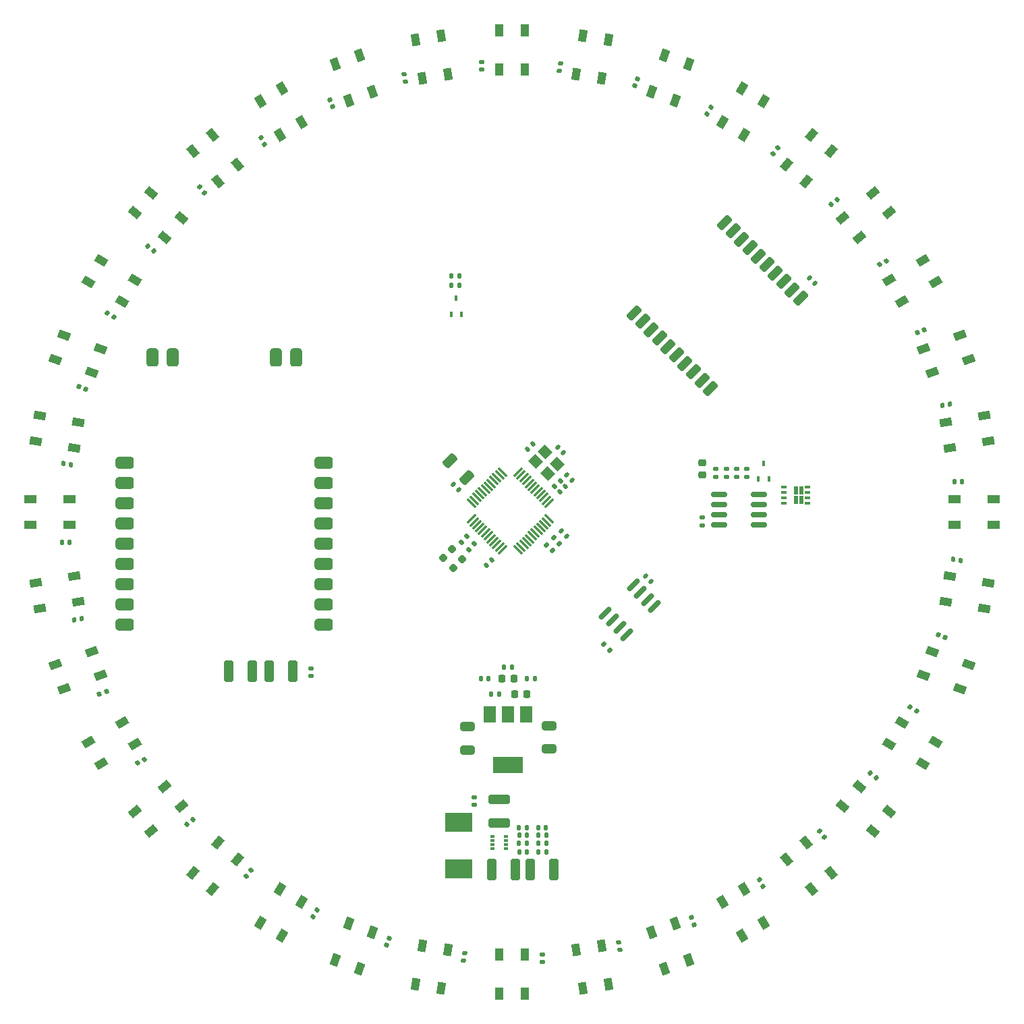
<source format=gtp>
G04 #@! TF.GenerationSoftware,KiCad,Pcbnew,(6.0.6)*
G04 #@! TF.CreationDate,2023-02-05T11:55:43-05:00*
G04 #@! TF.ProjectId,NoseConeBoardV1,4e6f7365-436f-46e6-9542-6f6172645631,rev?*
G04 #@! TF.SameCoordinates,Original*
G04 #@! TF.FileFunction,Paste,Top*
G04 #@! TF.FilePolarity,Positive*
%FSLAX46Y46*%
G04 Gerber Fmt 4.6, Leading zero omitted, Abs format (unit mm)*
G04 Created by KiCad (PCBNEW (6.0.6)) date 2023-02-05 11:55:43*
%MOMM*%
%LPD*%
G01*
G04 APERTURE LIST*
G04 Aperture macros list*
%AMRoundRect*
0 Rectangle with rounded corners*
0 $1 Rounding radius*
0 $2 $3 $4 $5 $6 $7 $8 $9 X,Y pos of 4 corners*
0 Add a 4 corners polygon primitive as box body*
4,1,4,$2,$3,$4,$5,$6,$7,$8,$9,$2,$3,0*
0 Add four circle primitives for the rounded corners*
1,1,$1+$1,$2,$3*
1,1,$1+$1,$4,$5*
1,1,$1+$1,$6,$7*
1,1,$1+$1,$8,$9*
0 Add four rect primitives between the rounded corners*
20,1,$1+$1,$2,$3,$4,$5,0*
20,1,$1+$1,$4,$5,$6,$7,0*
20,1,$1+$1,$6,$7,$8,$9,0*
20,1,$1+$1,$8,$9,$2,$3,0*%
%AMRotRect*
0 Rectangle, with rotation*
0 The origin of the aperture is its center*
0 $1 length*
0 $2 width*
0 $3 Rotation angle, in degrees counterclockwise*
0 Add horizontal line*
21,1,$1,$2,0,0,$3*%
G04 Aperture macros list end*
%ADD10RoundRect,0.140000X0.111865X-0.189700X0.207631X0.073414X-0.111865X0.189700X-0.207631X-0.073414X0*%
%ADD11RoundRect,0.140000X-0.170000X0.140000X-0.170000X-0.140000X0.170000X-0.140000X0.170000X0.140000X0*%
%ADD12RotRect,1.500000X1.000000X100.000000*%
%ADD13R,1.000000X1.500000*%
%ADD14R,0.450000X0.700000*%
%ADD15RoundRect,0.150000X0.825000X0.150000X-0.825000X0.150000X-0.825000X-0.150000X0.825000X-0.150000X0*%
%ADD16RoundRect,0.140000X0.219203X0.021213X0.021213X0.219203X-0.219203X-0.021213X-0.021213X-0.219203X0*%
%ADD17RoundRect,0.140000X0.140000X0.170000X-0.140000X0.170000X-0.140000X-0.170000X0.140000X-0.170000X0*%
%ADD18RoundRect,0.140000X0.077224X-0.206244X0.217224X0.036244X-0.077224X0.206244X-0.217224X-0.036244X0*%
%ADD19RoundRect,0.140000X0.143107X-0.167393X0.191728X0.108353X-0.143107X0.167393X-0.191728X-0.108353X0*%
%ADD20RoundRect,0.250000X-0.325000X-1.100000X0.325000X-1.100000X0.325000X1.100000X-0.325000X1.100000X0*%
%ADD21RotRect,1.500000X1.000000X350.000000*%
%ADD22RoundRect,0.135000X0.135000X0.185000X-0.135000X0.185000X-0.135000X-0.185000X0.135000X-0.185000X0*%
%ADD23RoundRect,0.140000X-0.216520X-0.040237X-0.002028X-0.220218X0.216520X0.040237X0.002028X0.220218X0*%
%ADD24RoundRect,0.140000X-0.219203X-0.021213X-0.021213X-0.219203X0.219203X0.021213X0.021213X0.219203X0*%
%ADD25RoundRect,0.250000X-0.689429X-0.229810X-0.229810X-0.689429X0.689429X0.229810X0.229810X0.689429X0*%
%ADD26RoundRect,0.250000X-0.650000X0.325000X-0.650000X-0.325000X0.650000X-0.325000X0.650000X0.325000X0*%
%ADD27RoundRect,0.218750X0.218750X0.256250X-0.218750X0.256250X-0.218750X-0.256250X0.218750X-0.256250X0*%
%ADD28RoundRect,0.218750X0.026517X-0.335876X0.335876X-0.026517X-0.026517X0.335876X-0.335876X0.026517X0*%
%ADD29RoundRect,0.140000X0.216520X0.040237X0.002028X0.220218X-0.216520X-0.040237X-0.002028X-0.220218X0*%
%ADD30RoundRect,0.140000X0.036244X0.217224X-0.206244X0.077224X-0.036244X-0.217224X0.206244X-0.077224X0*%
%ADD31RoundRect,0.135000X-0.226274X-0.035355X-0.035355X-0.226274X0.226274X0.035355X0.035355X0.226274X0*%
%ADD32R,1.500000X1.000000*%
%ADD33RoundRect,0.140000X-0.077224X0.206244X-0.217224X-0.036244X0.077224X-0.206244X0.217224X0.036244X0*%
%ADD34RotRect,1.500000X1.000000X150.000000*%
%ADD35RoundRect,0.135000X-0.035355X0.226274X-0.226274X0.035355X0.035355X-0.226274X0.226274X-0.035355X0*%
%ADD36R,3.500000X2.450000*%
%ADD37RotRect,1.500000X1.000000X140.000000*%
%ADD38RotRect,1.500000X1.000000X20.000000*%
%ADD39RoundRect,0.140000X-0.140000X-0.170000X0.140000X-0.170000X0.140000X0.170000X-0.140000X0.170000X0*%
%ADD40RoundRect,0.140000X-0.217224X0.036244X-0.077224X-0.206244X0.217224X-0.036244X0.077224X0.206244X0*%
%ADD41RoundRect,0.140000X-0.021213X0.219203X-0.219203X0.021213X0.021213X-0.219203X0.219203X-0.021213X0*%
%ADD42RoundRect,0.140000X-0.189700X-0.111865X0.073414X-0.207631X0.189700X0.111865X-0.073414X0.207631X0*%
%ADD43RotRect,1.500000X1.000000X200.000000*%
%ADD44RoundRect,0.140000X-0.036244X-0.217224X0.206244X-0.077224X0.036244X0.217224X-0.206244X0.077224X0*%
%ADD45RotRect,1.500000X1.000000X250.000000*%
%ADD46RotRect,1.400000X1.200000X315.000000*%
%ADD47RoundRect,0.140000X0.207631X-0.073414X0.111865X0.189700X-0.207631X0.073414X-0.111865X-0.189700X0*%
%ADD48RoundRect,0.150000X0.353553X0.848528X-0.848528X-0.353553X-0.353553X-0.848528X0.848528X0.353553X0*%
%ADD49RotRect,1.500000X1.000000X330.000000*%
%ADD50RoundRect,0.140000X-0.206244X-0.077224X0.036244X-0.217224X0.206244X0.077224X-0.036244X0.217224X0*%
%ADD51RoundRect,0.150000X0.477297X0.689429X-0.689429X-0.477297X-0.477297X-0.689429X0.689429X0.477297X0*%
%ADD52RoundRect,0.250000X0.325000X1.100000X-0.325000X1.100000X-0.325000X-1.100000X0.325000X-1.100000X0*%
%ADD53RoundRect,0.140000X0.170000X-0.140000X0.170000X0.140000X-0.170000X0.140000X-0.170000X-0.140000X0*%
%ADD54RotRect,1.500000X1.000000X130.000000*%
%ADD55RoundRect,0.135000X-0.135000X-0.185000X0.135000X-0.185000X0.135000X0.185000X-0.135000X0.185000X0*%
%ADD56RotRect,1.500000X1.000000X190.000000*%
%ADD57RoundRect,0.140000X-0.191728X0.108353X-0.143107X-0.167393X0.191728X-0.108353X0.143107X0.167393X0*%
%ADD58RotRect,1.500000X1.000000X60.000000*%
%ADD59RotRect,1.500000X1.000000X320.000000*%
%ADD60RotRect,1.500000X1.000000X260.000000*%
%ADD61RoundRect,0.140000X0.217224X-0.036244X0.077224X0.206244X-0.217224X0.036244X-0.077224X-0.206244X0*%
%ADD62RotRect,1.500000X1.000000X10.000000*%
%ADD63RoundRect,0.135000X-0.185000X0.135000X-0.185000X-0.135000X0.185000X-0.135000X0.185000X0.135000X0*%
%ADD64RoundRect,0.140000X-0.002028X0.220218X-0.216520X0.040237X0.002028X-0.220218X0.216520X-0.040237X0*%
%ADD65R,1.500000X2.000000*%
%ADD66R,3.800000X2.000000*%
%ADD67RoundRect,0.140000X-0.073414X-0.207631X0.189700X-0.111865X0.073414X0.207631X-0.189700X0.111865X0*%
%ADD68RotRect,1.500000X1.000000X230.000000*%
%ADD69RoundRect,0.218750X-0.256250X0.218750X-0.256250X-0.218750X0.256250X-0.218750X0.256250X0.218750X0*%
%ADD70R,0.475000X0.300000*%
%ADD71RoundRect,0.140000X0.189700X0.111865X-0.073414X0.207631X-0.189700X-0.111865X0.073414X-0.207631X0*%
%ADD72RotRect,1.500000X1.000000X50.000000*%
%ADD73RoundRect,0.135000X0.226274X0.035355X0.035355X0.226274X-0.226274X-0.035355X-0.035355X-0.226274X0*%
%ADD74RoundRect,0.140000X-0.040237X0.216520X-0.220218X0.002028X0.040237X-0.216520X0.220218X-0.002028X0*%
%ADD75RotRect,1.500000X1.000000X290.000000*%
%ADD76RotRect,1.500000X1.000000X210.000000*%
%ADD77RoundRect,0.140000X0.073414X0.207631X-0.189700X0.111865X-0.073414X-0.207631X0.189700X-0.111865X0*%
%ADD78RoundRect,0.140000X0.220218X0.002028X0.040237X0.216520X-0.220218X-0.002028X-0.040237X-0.216520X0*%
%ADD79RotRect,1.500000X1.000000X340.000000*%
%ADD80RoundRect,0.140000X0.021213X-0.219203X0.219203X-0.021213X-0.021213X0.219203X-0.219203X0.021213X0*%
%ADD81RoundRect,0.140000X-0.143107X0.167393X-0.191728X-0.108353X0.143107X-0.167393X0.191728X0.108353X0*%
%ADD82RotRect,1.500000X1.000000X40.000000*%
%ADD83RoundRect,0.140000X-0.167393X-0.143107X0.108353X-0.191728X0.167393X0.143107X-0.108353X0.191728X0*%
%ADD84RoundRect,0.075000X0.415425X0.521491X-0.521491X-0.415425X-0.415425X-0.521491X0.521491X0.415425X0*%
%ADD85RoundRect,0.075000X-0.415425X0.521491X-0.521491X0.415425X0.415425X-0.521491X0.521491X-0.415425X0*%
%ADD86RoundRect,0.140000X0.002028X-0.220218X0.216520X-0.040237X-0.002028X0.220218X-0.216520X0.040237X0*%
%ADD87RoundRect,0.140000X-0.220218X-0.002028X-0.040237X-0.216520X0.220218X0.002028X0.040237X0.216520X0*%
%ADD88RoundRect,0.135000X0.035355X-0.226274X0.226274X-0.035355X-0.035355X0.226274X-0.226274X0.035355X0*%
%ADD89RotRect,1.500000X1.000000X30.000000*%
%ADD90RotRect,1.500000X1.000000X240.000000*%
%ADD91RotRect,1.500000X1.000000X280.000000*%
%ADD92RotRect,1.500000X1.000000X70.000000*%
%ADD93R,0.700000X0.420000*%
%ADD94R,0.600000X1.000000*%
%ADD95RoundRect,0.135000X0.185000X-0.135000X0.185000X0.135000X-0.185000X0.135000X-0.185000X-0.135000X0*%
%ADD96RoundRect,0.140000X0.040237X-0.216520X0.220218X-0.002028X-0.040237X0.216520X-0.220218X0.002028X0*%
%ADD97RoundRect,0.140000X-0.207631X0.073414X-0.111865X-0.189700X0.207631X-0.073414X0.111865X0.189700X0*%
%ADD98RotRect,1.500000X1.000000X80.000000*%
%ADD99RoundRect,0.140000X0.191728X-0.108353X0.143107X0.167393X-0.191728X0.108353X-0.143107X-0.167393X0*%
%ADD100RotRect,1.500000X1.000000X300.000000*%
%ADD101RotRect,1.500000X1.000000X310.000000*%
%ADD102RoundRect,0.140000X0.108353X0.191728X-0.167393X0.143107X-0.108353X-0.191728X0.167393X-0.143107X0*%
%ADD103RotRect,1.500000X1.000000X120.000000*%
%ADD104RoundRect,0.381000X-0.762000X-0.381000X0.762000X-0.381000X0.762000X0.381000X-0.762000X0.381000X0*%
%ADD105RoundRect,0.381000X-0.381000X0.762000X-0.381000X-0.762000X0.381000X-0.762000X0.381000X0.762000X0*%
%ADD106RoundRect,0.381000X0.381000X-0.762000X0.381000X0.762000X-0.381000X0.762000X-0.381000X-0.762000X0*%
%ADD107RoundRect,0.140000X-0.108353X-0.191728X0.167393X-0.143107X0.108353X0.191728X-0.167393X0.143107X0*%
%ADD108RoundRect,0.140000X0.206244X0.077224X-0.036244X0.217224X-0.206244X-0.077224X0.036244X-0.217224X0*%
%ADD109RotRect,1.500000X1.000000X220.000000*%
%ADD110RotRect,1.500000X1.000000X160.000000*%
%ADD111RotRect,1.500000X1.000000X110.000000*%
%ADD112RotRect,1.500000X1.000000X170.000000*%
%ADD113RoundRect,0.250000X-1.100000X0.325000X-1.100000X-0.325000X1.100000X-0.325000X1.100000X0.325000X0*%
%ADD114RoundRect,0.140000X0.167393X0.143107X-0.108353X0.191728X-0.167393X-0.143107X0.108353X-0.191728X0*%
%ADD115RoundRect,0.140000X-0.111865X0.189700X-0.207631X-0.073414X0.111865X-0.189700X0.207631X0.073414X0*%
G04 APERTURE END LIST*
D10*
X194462898Y-204492645D03*
X194791238Y-203590541D03*
D11*
X205500000Y-185919999D03*
X205500000Y-186879999D03*
D12*
X198987515Y-95690896D03*
X202138899Y-95135222D03*
X201288023Y-90309664D03*
X198136639Y-90865338D03*
D13*
X208609364Y-94569130D03*
X211809364Y-94569130D03*
X211809364Y-89669130D03*
X208609364Y-89669130D03*
D14*
X241150000Y-145999999D03*
X242450000Y-145999999D03*
X241800000Y-143999999D03*
D15*
X241175000Y-151705000D03*
X241175000Y-150435000D03*
X241175000Y-149165000D03*
X241175000Y-147895000D03*
X236225000Y-147895000D03*
X236225000Y-149165000D03*
X236225000Y-150435000D03*
X236225000Y-151705000D03*
D14*
X202550000Y-125300000D03*
X203850000Y-125300000D03*
X203200000Y-123300000D03*
D16*
X227658090Y-158828801D03*
X226979268Y-158149979D03*
D17*
X213067500Y-170999999D03*
X212107500Y-170999999D03*
D18*
X185260261Y-200932245D03*
X185740261Y-200100861D03*
D19*
X204143985Y-206400935D03*
X204310687Y-205455519D03*
D20*
X212525001Y-194999999D03*
X215475001Y-194999999D03*
D21*
X265193271Y-158189595D03*
X264637597Y-161340979D03*
X269463155Y-162191855D03*
X270018829Y-159040471D03*
D22*
X203610000Y-120500000D03*
X202590000Y-120500000D03*
D23*
X164500581Y-116725455D03*
X165235983Y-117342531D03*
D24*
X217060589Y-145460589D03*
X217739411Y-146139411D03*
D25*
X202435525Y-143678508D03*
X204521491Y-145764474D03*
D26*
X214900000Y-176924999D03*
X214900000Y-179874999D03*
D27*
X210487500Y-170999999D03*
X208912500Y-170999999D03*
D16*
X248239411Y-121439411D03*
X247560589Y-120760589D03*
D28*
X202843153Y-157156847D03*
X203956847Y-156043153D03*
D29*
X255918147Y-183512805D03*
X255182745Y-182895729D03*
D30*
X257222479Y-118588233D03*
X256391095Y-119068233D03*
D17*
X266689364Y-146319130D03*
X265729364Y-146319130D03*
D31*
X215439376Y-153339376D03*
X216160624Y-154060624D03*
D32*
X154659364Y-151719130D03*
X154659364Y-148519130D03*
X149759364Y-148519130D03*
X149759364Y-151719130D03*
D33*
X235158467Y-99306015D03*
X234678467Y-100137399D03*
D34*
X161301653Y-123729771D03*
X162901653Y-120958489D03*
X158658129Y-118508489D03*
X157058129Y-121279771D03*
D35*
X205500000Y-154100000D03*
X204778752Y-154821248D03*
D26*
X204600000Y-177024999D03*
X204600000Y-179974999D03*
D36*
X203500000Y-189074999D03*
X203500000Y-194924999D03*
D37*
X166627135Y-115637949D03*
X168684055Y-113186607D03*
X164930437Y-110036947D03*
X162873517Y-112488289D03*
D38*
X261862057Y-129616403D03*
X262956521Y-132623420D03*
X267561015Y-130947521D03*
X266466551Y-127940504D03*
D39*
X209220000Y-169599999D03*
X210180000Y-169599999D03*
D20*
X207700001Y-194999999D03*
X210650001Y-194999999D03*
D40*
X178678467Y-103106015D03*
X179158467Y-103937399D03*
D41*
X212800000Y-141600000D03*
X212121178Y-142278822D03*
D42*
X155835849Y-134372664D03*
X156737953Y-134701004D03*
D43*
X158556671Y-170621857D03*
X157462207Y-167614840D03*
X152857713Y-169290739D03*
X153952177Y-172297756D03*
D44*
X163196249Y-181650027D03*
X164027633Y-181170027D03*
D45*
X192713654Y-202866287D03*
X189706637Y-201771823D03*
X188030738Y-206376317D03*
X191037755Y-207470781D03*
D46*
X213144365Y-143744365D03*
X214700000Y-145300000D03*
X215902081Y-144097919D03*
X214346446Y-142542284D03*
D39*
X153729364Y-153919130D03*
X154689364Y-153919130D03*
D16*
X217039411Y-153139411D03*
X216360589Y-152460589D03*
D47*
X233097494Y-201893292D03*
X232769154Y-200991188D03*
D32*
X265759364Y-148519130D03*
X265759364Y-151719130D03*
X270659364Y-151719130D03*
X270659364Y-148519130D03*
D39*
X206307500Y-170999999D03*
X207267500Y-170999999D03*
D48*
X246438664Y-123316117D03*
X245378004Y-122255457D03*
X244317344Y-121194797D03*
X243256683Y-120134136D03*
X242196023Y-119073476D03*
X241135363Y-118012816D03*
X240074703Y-116952156D03*
X239014043Y-115891496D03*
X237953383Y-114830836D03*
X236892722Y-113770175D03*
X225561336Y-125101562D03*
X226621996Y-126162222D03*
X227682657Y-127222882D03*
X228743317Y-128283542D03*
X229803977Y-129344202D03*
X230864637Y-130404862D03*
X231925297Y-131465523D03*
X232985957Y-132526183D03*
X234064295Y-133569165D03*
X235124956Y-134629825D03*
D49*
X259117075Y-176508489D03*
X257517075Y-179279771D03*
X261760599Y-181729771D03*
X263360599Y-178958489D03*
D50*
X159396249Y-125170027D03*
X160227633Y-125650027D03*
D51*
X228115807Y-161986339D03*
X227217781Y-161088314D03*
X226319755Y-160190288D03*
X225421730Y-159292262D03*
X221921551Y-162792441D03*
X222819577Y-163690466D03*
X223717603Y-164588492D03*
X224615628Y-165486518D03*
D52*
X182675000Y-170099999D03*
X179725000Y-170099999D03*
D53*
X214009364Y-206599130D03*
X214009364Y-205639130D03*
D39*
X213520000Y-189700001D03*
X214480000Y-189700001D03*
D54*
X173276842Y-108593821D03*
X175728184Y-106536901D03*
X172578524Y-102783283D03*
X170127182Y-104840203D03*
D55*
X213490000Y-190700001D03*
X214510000Y-190700001D03*
D56*
X155781130Y-161340979D03*
X155225456Y-158189595D03*
X150399898Y-159040471D03*
X150955572Y-162191855D03*
D57*
X196659446Y-95157051D03*
X196826148Y-96102467D03*
D58*
X236598723Y-101211419D03*
X239370005Y-102811419D03*
X241820005Y-98567895D03*
X239048723Y-96967895D03*
D59*
X253791593Y-184600311D03*
X251734673Y-187051653D03*
X255488291Y-190201313D03*
X257545211Y-187749971D03*
D11*
X184999999Y-169719998D03*
X184999999Y-170679998D03*
D55*
X211090000Y-191699999D03*
X212110000Y-191699999D03*
D60*
X202138899Y-205103037D03*
X198987515Y-204547363D03*
X198136639Y-209372921D03*
X201288023Y-209928595D03*
D24*
X202839097Y-146682080D03*
X203517919Y-147360902D03*
D61*
X241740261Y-197132245D03*
X241260261Y-196300861D03*
D62*
X264637598Y-138897281D03*
X265193272Y-142048665D03*
X270018830Y-141197789D03*
X269463156Y-138046405D03*
D63*
X238400000Y-144690000D03*
X238400000Y-145710000D03*
D64*
X251032961Y-110903517D03*
X250297559Y-111520593D03*
D11*
X234100000Y-150820000D03*
X234100000Y-151780000D03*
D65*
X212000000Y-175549999D03*
D66*
X209700000Y-181849999D03*
D65*
X209700000Y-175549999D03*
X207400000Y-175549999D03*
D67*
X158435202Y-173007260D03*
X159337306Y-172678920D03*
D68*
X175728183Y-193701359D03*
X173276841Y-191644439D03*
X170127181Y-195398057D03*
X172578523Y-197454977D03*
D69*
X234100000Y-143900001D03*
X234100000Y-145475001D03*
D52*
X177574999Y-170099999D03*
X174624999Y-170099999D03*
D70*
X207762000Y-190849999D03*
X207762000Y-191349999D03*
X207762000Y-191849999D03*
X207762000Y-192349999D03*
X209438000Y-192349999D03*
X209438000Y-191849999D03*
X209438000Y-191349999D03*
X209438000Y-190849999D03*
D71*
X264582879Y-165865596D03*
X263680775Y-165537256D03*
D72*
X244690545Y-106536901D03*
X247141887Y-108593821D03*
X250291547Y-104840203D03*
X247840205Y-102783283D03*
D73*
X215260624Y-154960624D03*
X214539376Y-154239376D03*
D28*
X201543153Y-155856847D03*
X202656847Y-154743153D03*
D74*
X243603039Y-104410347D03*
X242985963Y-105145749D03*
D31*
X221758055Y-166728766D03*
X222479303Y-167450014D03*
D75*
X230712091Y-201771823D03*
X227705074Y-202866287D03*
X229380973Y-207470781D03*
X232387990Y-206376317D03*
D76*
X162901653Y-179279771D03*
X161301653Y-176508489D03*
X157058129Y-178958489D03*
X158658129Y-181729771D03*
D55*
X211080000Y-189699999D03*
X212100000Y-189699999D03*
D63*
X237100000Y-144690000D03*
X237100000Y-145710000D03*
D77*
X261983526Y-127231000D03*
X261081422Y-127559340D03*
D78*
X249424977Y-190942727D03*
X248807901Y-190207325D03*
D79*
X262956521Y-167614840D03*
X261862057Y-170621857D03*
X266466551Y-172297756D03*
X267561015Y-169290739D03*
D80*
X206960589Y-156839411D03*
X207639411Y-156160589D03*
D81*
X216274743Y-93837325D03*
X216108041Y-94782741D03*
D17*
X212080000Y-190699999D03*
X211120000Y-190699999D03*
D22*
X214510000Y-192800000D03*
X213490000Y-192800000D03*
D82*
X251734673Y-113186608D03*
X253791593Y-115637950D03*
X257545211Y-112488290D03*
X255488291Y-110036948D03*
D83*
X153927559Y-144053751D03*
X154872975Y-144220453D03*
D84*
X214887876Y-149001212D03*
X214534322Y-148647658D03*
X214180769Y-148294105D03*
X213827215Y-147940551D03*
X213473662Y-147586998D03*
X213120109Y-147233445D03*
X212766555Y-146879891D03*
X212413002Y-146526338D03*
X212059449Y-146172785D03*
X211705895Y-145819231D03*
X211352342Y-145465678D03*
X210998788Y-145112124D03*
D85*
X209001212Y-145112124D03*
X208647658Y-145465678D03*
X208294105Y-145819231D03*
X207940551Y-146172785D03*
X207586998Y-146526338D03*
X207233445Y-146879891D03*
X206879891Y-147233445D03*
X206526338Y-147586998D03*
X206172785Y-147940551D03*
X205819231Y-148294105D03*
X205465678Y-148647658D03*
X205112124Y-149001212D03*
D84*
X205112124Y-150998788D03*
X205465678Y-151352342D03*
X205819231Y-151705895D03*
X206172785Y-152059449D03*
X206526338Y-152413002D03*
X206879891Y-152766555D03*
X207233445Y-153120109D03*
X207586998Y-153473662D03*
X207940551Y-153827215D03*
X208294105Y-154180769D03*
X208647658Y-154534322D03*
X209001212Y-154887876D03*
D85*
X210998788Y-154887876D03*
X211352342Y-154534322D03*
X211705895Y-154180769D03*
X212059449Y-153827215D03*
X212413002Y-153473662D03*
X212766555Y-153120109D03*
X213120109Y-152766555D03*
X213473662Y-152413002D03*
X213827215Y-152059449D03*
X214180769Y-151705895D03*
X214534322Y-151352342D03*
X214887876Y-150998788D03*
D22*
X203610000Y-121700000D03*
X202590000Y-121700000D03*
D86*
X169385767Y-189334743D03*
X170121169Y-188717667D03*
D87*
X170993751Y-109295533D03*
X171610827Y-110030935D03*
D88*
X215578787Y-146921213D03*
X216300035Y-146199965D03*
D89*
X257517075Y-120958489D03*
X259117075Y-123729771D03*
X263360599Y-121279771D03*
X261760599Y-118508489D03*
D90*
X183820005Y-199026841D03*
X181048723Y-197426841D03*
X178598723Y-201670365D03*
X181370005Y-203270365D03*
D91*
X221431213Y-204547364D03*
X218279829Y-205103038D03*
X219130705Y-209928596D03*
X222282089Y-209372922D03*
D39*
X211120000Y-192799999D03*
X212080000Y-192799999D03*
D55*
X207599999Y-172999999D03*
X208619999Y-172999999D03*
D92*
X227705074Y-97371973D03*
X230712091Y-98466437D03*
X232387990Y-93861943D03*
X229380973Y-92767479D03*
D93*
X247300000Y-148975000D03*
D94*
X246530000Y-147435000D03*
D93*
X247300000Y-147025000D03*
X247300000Y-147675000D03*
D94*
X245820000Y-148565000D03*
D93*
X247300000Y-148325000D03*
D94*
X245820000Y-147435000D03*
X246530000Y-148565000D03*
D93*
X244300000Y-147025000D03*
X244300000Y-147675000D03*
X244300000Y-148325000D03*
X244300000Y-148975000D03*
D95*
X239700000Y-145710000D03*
X239700000Y-144690000D03*
D96*
X176815689Y-195827913D03*
X177432765Y-195092511D03*
D27*
X212087500Y-172999999D03*
X210512500Y-172999999D03*
D97*
X187321234Y-98344968D03*
X187649574Y-99247072D03*
D41*
X216939411Y-146860589D03*
X216260589Y-147539411D03*
D98*
X218279829Y-95135223D03*
X221431213Y-95690897D03*
X222282089Y-90865339D03*
X219130705Y-90309665D03*
D99*
X223759282Y-205081209D03*
X223592580Y-204135793D03*
D100*
X239370005Y-197426841D03*
X236598723Y-199026841D03*
X239048723Y-203270365D03*
X241820005Y-201670365D03*
D101*
X247141886Y-191644439D03*
X244690544Y-193701359D03*
X247840204Y-197454977D03*
X250291546Y-195398057D03*
D102*
X265171443Y-136569212D03*
X264226027Y-136735914D03*
D103*
X181048723Y-102811419D03*
X183820005Y-101211419D03*
X181370005Y-96967895D03*
X178598723Y-98567895D03*
D13*
X211809364Y-205669130D03*
X208609364Y-205669130D03*
X208609364Y-210569130D03*
X211809364Y-210569130D03*
D104*
X161600000Y-143921500D03*
X161600000Y-146461500D03*
X161600000Y-149001500D03*
X161600000Y-151541500D03*
X161600000Y-154081500D03*
X161600000Y-156621500D03*
X161600000Y-159161500D03*
X161600000Y-161701500D03*
X161600000Y-164241500D03*
X186600000Y-164241500D03*
X186600000Y-161701500D03*
X186600000Y-159161500D03*
X186600000Y-156621500D03*
X186600000Y-154081500D03*
X186600000Y-151541500D03*
X186600000Y-149001500D03*
X186600000Y-146461500D03*
X186600000Y-143921500D03*
D105*
X183100000Y-130741500D03*
X180560000Y-130741500D03*
D106*
X167640000Y-130741500D03*
X165100000Y-130741500D03*
D55*
X213490000Y-191700000D03*
X214510000Y-191700000D03*
D107*
X155247285Y-163669048D03*
X156192701Y-163502346D03*
D108*
X261022479Y-175068233D03*
X260191095Y-174588233D03*
D11*
X206409364Y-93639130D03*
X206409364Y-94599130D03*
D109*
X168684055Y-187051652D03*
X166627135Y-184600310D03*
X162873517Y-187749970D03*
X164930437Y-190201312D03*
D110*
X157462207Y-132623420D03*
X158556671Y-129616403D03*
X153952177Y-127940504D03*
X152857713Y-130947521D03*
D111*
X189706637Y-98466437D03*
X192713654Y-97371973D03*
X191037755Y-92767479D03*
X188030738Y-93861943D03*
D112*
X155225457Y-142048665D03*
X155781131Y-138897281D03*
X150955573Y-138046405D03*
X150399899Y-141197789D03*
D113*
X208600000Y-186225000D03*
X208600000Y-189175000D03*
D24*
X215960589Y-141960589D03*
X216639411Y-142639411D03*
D35*
X204560624Y-153200000D03*
X203839376Y-153921248D03*
D114*
X266491169Y-156184509D03*
X265545753Y-156017807D03*
D63*
X235800000Y-144690000D03*
X235800000Y-145710000D03*
D115*
X225955830Y-95745615D03*
X225627490Y-96647719D03*
M02*

</source>
